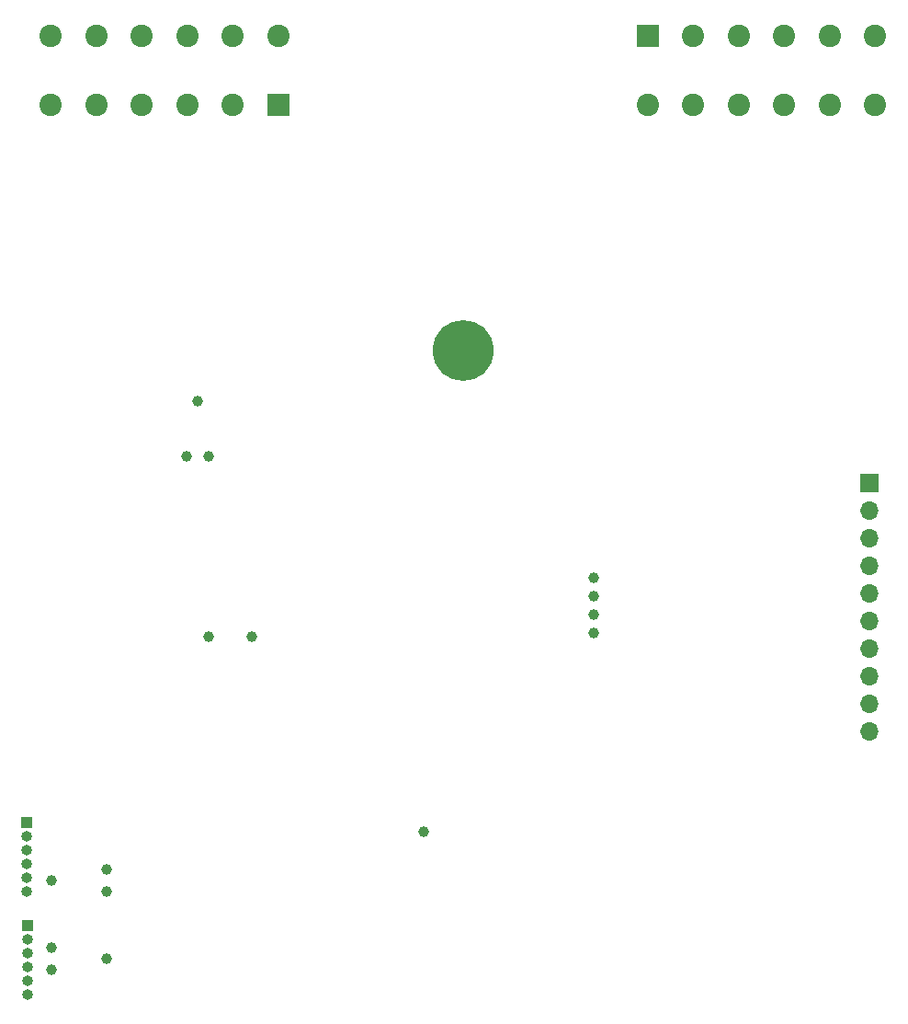
<source format=gbr>
%TF.GenerationSoftware,KiCad,Pcbnew,(6.0.2)*%
%TF.CreationDate,2022-05-10T14:48:36-06:00*%
%TF.ProjectId,CONEPROJ,434f4e45-5052-44f4-9a2e-6b696361645f,rev?*%
%TF.SameCoordinates,Original*%
%TF.FileFunction,Soldermask,Bot*%
%TF.FilePolarity,Negative*%
%FSLAX46Y46*%
G04 Gerber Fmt 4.6, Leading zero omitted, Abs format (unit mm)*
G04 Created by KiCad (PCBNEW (6.0.2)) date 2022-05-10 14:48:36*
%MOMM*%
%LPD*%
G01*
G04 APERTURE LIST*
%ADD10C,0.990600*%
%ADD11O,1.000000X1.000000*%
%ADD12R,1.000000X1.000000*%
%ADD13R,2.056000X2.056000*%
%ADD14C,2.056000*%
%ADD15C,5.600000*%
%ADD16R,1.700000X1.700000*%
%ADD17O,1.700000X1.700000*%
%ADD18C,1.000000*%
G04 APERTURE END LIST*
D10*
%TO.C,TC4*%
X34140000Y-123786000D03*
X34140000Y-121754000D03*
X29060000Y-122770000D03*
%TD*%
D11*
%TO.C,J8*%
X26830000Y-123760000D03*
X26830000Y-122490000D03*
X26830000Y-121220000D03*
X26830000Y-119950000D03*
X26830000Y-118680000D03*
D12*
X26830000Y-117410000D03*
%TD*%
%TO.C,J6*%
X26850000Y-126890000D03*
D11*
X26850000Y-128160000D03*
X26850000Y-129430000D03*
X26850000Y-130700000D03*
X26850000Y-131970000D03*
X26850000Y-133240000D03*
%TD*%
D10*
%TO.C,TC3*%
X42570000Y-78700000D03*
X43586000Y-83780000D03*
X41554000Y-83780000D03*
%TD*%
D13*
%TO.C,J4*%
X84025000Y-45040000D03*
D14*
X88215000Y-45040000D03*
X92405000Y-45040000D03*
X96595000Y-45040000D03*
X100785000Y-45040000D03*
X104975000Y-45040000D03*
X104975000Y-51390000D03*
X100785000Y-51390000D03*
X96595000Y-51390000D03*
X92405000Y-51390000D03*
X88215000Y-51390000D03*
X84025000Y-51390000D03*
D13*
X49975000Y-51390000D03*
D14*
X45785000Y-51390000D03*
X41595000Y-51390000D03*
X37405000Y-51390000D03*
X33215000Y-51390000D03*
X29025000Y-51390000D03*
X29025000Y-45040000D03*
X33215000Y-45040000D03*
X37405000Y-45040000D03*
X41595000Y-45040000D03*
X45785000Y-45040000D03*
X49975000Y-45040000D03*
%TD*%
D15*
%TO.C,H1*%
X67000000Y-74000000D03*
%TD*%
D10*
%TO.C,TC2*%
X29060000Y-130986000D03*
X34140000Y-129970000D03*
X29060000Y-128954000D03*
%TD*%
D16*
%TO.C,J5*%
X104430000Y-86190000D03*
D17*
X104430000Y-88730000D03*
X104430000Y-91270000D03*
X104430000Y-93810000D03*
X104430000Y-96350000D03*
X104430000Y-98890000D03*
X104430000Y-101430000D03*
X104430000Y-103970000D03*
X104430000Y-106510000D03*
X104430000Y-109050000D03*
%TD*%
D18*
%TO.C,TP10*%
X63360000Y-118270000D03*
%TD*%
%TO.C,TP6*%
X79010000Y-94940000D03*
%TD*%
%TO.C,TP5*%
X79010000Y-98320000D03*
%TD*%
%TO.C,TP12*%
X43520000Y-100300000D03*
%TD*%
%TO.C,TP11*%
X47570000Y-100300000D03*
%TD*%
%TO.C,TP8*%
X79010000Y-96630000D03*
%TD*%
%TO.C,TP9*%
X79010000Y-100010000D03*
%TD*%
M02*

</source>
